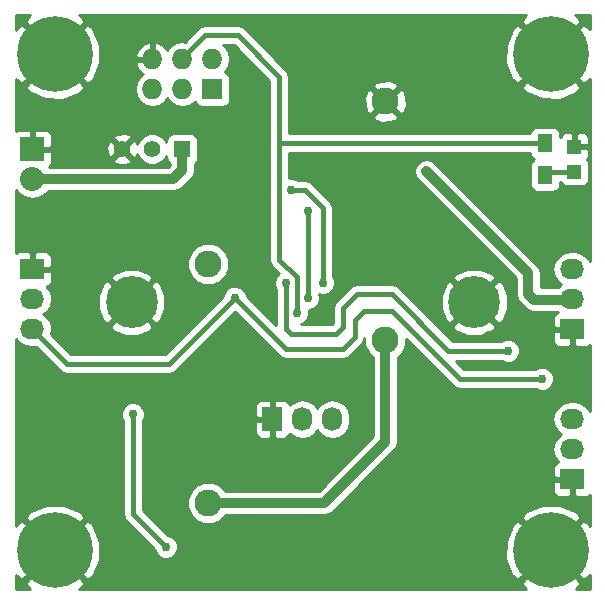
<source format=gbl>
%TF.GenerationSoftware,KiCad,Pcbnew,4.0.2-4+6225~38~ubuntu14.04.1-stable*%
%TF.CreationDate,2016-03-31T21:55:46+01:00*%
%TF.ProjectId,rc_power_sockets,72635F706F7765725F736F636B657473,rev?*%
%TF.FileFunction,Copper,L2,Bot,Signal*%
%FSLAX46Y46*%
G04 Gerber Fmt 4.6, Leading zero omitted, Abs format (unit mm)*
G04 Created by KiCad (PCBNEW 4.0.2-4+6225~38~ubuntu14.04.1-stable) date Thu 31 Mar 2016 21:55:46 BST*
%MOMM*%
G01*
G04 APERTURE LIST*
%ADD10C,0.100000*%
%ADD11R,2.032000X1.727200*%
%ADD12O,2.032000X1.727200*%
%ADD13C,2.286000*%
%ADD14C,6.400000*%
%ADD15R,1.727200X2.032000*%
%ADD16O,1.727200X2.032000*%
%ADD17R,1.727200X1.727200*%
%ADD18O,1.727200X1.727200*%
%ADD19R,1.300000X1.500000*%
%ADD20R,1.198880X1.198880*%
%ADD21R,2.032000X2.032000*%
%ADD22O,2.032000X2.032000*%
%ADD23C,4.400000*%
%ADD24R,1.397000X1.397000*%
%ADD25C,1.397000*%
%ADD26C,0.750000*%
%ADD27C,0.406000*%
%ADD28C,0.813000*%
%ADD29C,0.254000*%
G04 APERTURE END LIST*
D10*
D11*
X167820000Y-99980000D03*
D12*
X167820000Y-97440000D03*
X167820000Y-94900000D03*
D13*
X152000000Y-68000000D03*
X152000000Y-88240000D03*
X137000000Y-102000000D03*
X137000000Y-81760000D03*
D14*
X166000000Y-64000000D03*
D15*
X142420000Y-94900000D03*
D16*
X144960000Y-94900000D03*
X147500000Y-94900000D03*
D11*
X122100000Y-82200000D03*
D12*
X122100000Y-84740000D03*
X122100000Y-87280000D03*
D17*
X137340000Y-66960000D03*
D18*
X137340000Y-64420000D03*
X134800000Y-66960000D03*
X134800000Y-64420000D03*
X132260000Y-66960000D03*
X132260000Y-64420000D03*
D11*
X167820000Y-87280000D03*
D12*
X167820000Y-84740000D03*
X167820000Y-82200000D03*
D14*
X166000000Y-106000000D03*
X124000000Y-106000000D03*
X124000000Y-64000000D03*
D19*
X165500000Y-71550000D03*
X165500000Y-74250000D03*
D20*
X168000000Y-73949020D03*
X168000000Y-71850980D03*
D21*
X122100000Y-72040000D03*
D22*
X122100000Y-74580000D03*
D23*
X130500000Y-85000000D03*
X159500000Y-85000000D03*
D24*
X134800000Y-72040000D03*
D25*
X132260000Y-72040000D03*
X129720000Y-72040000D03*
D26*
X155800000Y-66200000D03*
X155800000Y-67400000D03*
X159600000Y-67400000D03*
X159600000Y-66200000D03*
X157000000Y-67400000D03*
X157000000Y-66200000D03*
X158400000Y-66200000D03*
X158400000Y-67400000D03*
X144000000Y-75492000D03*
X146696000Y-83366000D03*
X145426000Y-84636000D03*
X145426000Y-77270000D03*
X165280000Y-91471000D03*
X139245000Y-84613000D03*
X144500000Y-85900000D03*
X162400000Y-89100000D03*
X143560000Y-83370000D03*
X155464800Y-73919600D03*
X133400000Y-105700000D03*
X130600000Y-94500000D03*
D27*
X129720000Y-72040000D02*
X128704000Y-71024000D01*
X128704000Y-71024000D02*
X125910000Y-71024000D01*
X124894000Y-72040000D02*
X122100000Y-72040000D01*
X125910000Y-71024000D02*
X124894000Y-72040000D01*
X130609000Y-64420000D02*
X132260000Y-64420000D01*
X129847000Y-65182000D02*
X130609000Y-64420000D01*
X129847000Y-68230000D02*
X129847000Y-65182000D01*
X128704000Y-69373000D02*
X129847000Y-68230000D01*
X128704000Y-71024000D02*
X128704000Y-69373000D01*
X135308000Y-61400000D02*
X132994000Y-61400000D01*
X132994000Y-61400000D02*
X132260000Y-62134000D01*
X132260000Y-62134000D02*
X132260000Y-64420000D01*
X166000000Y-106000000D02*
X165966000Y-106000000D01*
X165966000Y-106000000D02*
X163121000Y-103155000D01*
X164899000Y-99980000D02*
X167820000Y-99980000D01*
X163121000Y-101758000D02*
X164899000Y-99980000D01*
X163121000Y-103155000D02*
X163121000Y-101758000D01*
X167820000Y-87280000D02*
X161780000Y-87280000D01*
X161780000Y-87280000D02*
X159500000Y-85000000D01*
X142420000Y-94900000D02*
X135562000Y-94900000D01*
X121084000Y-103084000D02*
X124000000Y-106000000D01*
X121084000Y-96297000D02*
X121084000Y-103084000D01*
X125402000Y-91979000D02*
X121084000Y-96297000D01*
X132641000Y-91979000D02*
X125402000Y-91979000D01*
X135562000Y-94900000D02*
X132641000Y-91979000D01*
X122100000Y-82200000D02*
X127700000Y-82200000D01*
X127700000Y-82200000D02*
X130500000Y-85000000D01*
X166000000Y-106000000D02*
X163400000Y-108600000D01*
X163400000Y-108600000D02*
X126600000Y-108600000D01*
X126600000Y-108600000D02*
X124000000Y-106000000D01*
X145400000Y-61400000D02*
X152000000Y-68000000D01*
X135254000Y-61400000D02*
X135308000Y-61400000D01*
X135308000Y-61400000D02*
X145400000Y-61400000D01*
X168000000Y-71850980D02*
X168000000Y-70400000D01*
X169000000Y-67000000D02*
X166000000Y-64000000D01*
X169000000Y-69400000D02*
X169000000Y-67000000D01*
X168000000Y-70400000D02*
X169000000Y-69400000D01*
X152000000Y-68000000D02*
X153800000Y-69800000D01*
X160200000Y-69800000D02*
X166000000Y-64000000D01*
X153800000Y-69800000D02*
X160200000Y-69800000D01*
X155800000Y-66200000D02*
X155800000Y-67400000D01*
X159600000Y-66200000D02*
X159600000Y-67400000D01*
X157000000Y-67400000D02*
X157000000Y-66200000D01*
X158400000Y-66200000D02*
X158400000Y-67400000D01*
X146696000Y-77016000D02*
X145172000Y-75492000D01*
X145172000Y-75492000D02*
X144000000Y-75492000D01*
X146696000Y-77016000D02*
X146696000Y-83366000D01*
X145426000Y-84636000D02*
X145426000Y-77270000D01*
X143563000Y-88931000D02*
X139245000Y-84613000D01*
X148389000Y-88931000D02*
X143563000Y-88931000D01*
X149405000Y-87915000D02*
X148389000Y-88931000D01*
X149405000Y-86518000D02*
X149405000Y-87915000D01*
X150167000Y-85756000D02*
X149405000Y-86518000D01*
X152580000Y-85756000D02*
X150167000Y-85756000D01*
X158295000Y-91471000D02*
X152580000Y-85756000D01*
X165280000Y-91471000D02*
X158295000Y-91471000D01*
X125021000Y-90201000D02*
X122100000Y-87280000D01*
X133657000Y-90201000D02*
X125021000Y-90201000D01*
X139245000Y-84613000D02*
X133657000Y-90201000D01*
X165500000Y-71550000D02*
X143000000Y-71550000D01*
X143000000Y-71550000D02*
X143000000Y-71400000D01*
X134690000Y-64448000D02*
X136738000Y-62400000D01*
X144500000Y-82900000D02*
X144500000Y-85900000D01*
X143000000Y-81400000D02*
X144500000Y-82900000D01*
X143000000Y-65900000D02*
X143000000Y-71400000D01*
X143000000Y-71400000D02*
X143000000Y-81400000D01*
X139500000Y-62400000D02*
X143000000Y-65900000D01*
X136738000Y-62400000D02*
X139500000Y-62400000D01*
X157330000Y-89100000D02*
X162400000Y-89100000D01*
X152530000Y-84300000D02*
X157330000Y-89100000D01*
X149600000Y-84300000D02*
X152530000Y-84300000D01*
X148400000Y-85500000D02*
X149600000Y-84300000D01*
X148400000Y-87100000D02*
X148400000Y-85500000D01*
X147800000Y-87700000D02*
X148400000Y-87100000D01*
X144000000Y-87700000D02*
X147800000Y-87700000D01*
X143560000Y-87260000D02*
X144000000Y-87700000D01*
X143560000Y-83370000D02*
X143560000Y-87260000D01*
D28*
X164545200Y-84778000D02*
X167508000Y-84778000D01*
X164100800Y-84333600D02*
X164545200Y-84778000D01*
X164100800Y-82555600D02*
X164100800Y-84333600D01*
X155464800Y-73919600D02*
X164100800Y-82555600D01*
D27*
X130600000Y-102900000D02*
X133400000Y-105700000D01*
X130600000Y-101300000D02*
X130600000Y-102900000D01*
X130600000Y-94500000D02*
X130600000Y-101300000D01*
X168000000Y-73949020D02*
X165800980Y-73949020D01*
X165800980Y-73949020D02*
X165500000Y-74250000D01*
D28*
X152000000Y-88240000D02*
X152000000Y-96800000D01*
X146800000Y-102000000D02*
X137000000Y-102000000D01*
X152000000Y-96800000D02*
X146800000Y-102000000D01*
X122100000Y-74580000D02*
X134038000Y-74580000D01*
X134800000Y-73818000D02*
X134800000Y-72040000D01*
X134038000Y-74580000D02*
X134800000Y-73818000D01*
D29*
G36*
X121849754Y-60734181D02*
X121805640Y-60763657D01*
X121438695Y-61259090D01*
X124000000Y-63820395D01*
X126561305Y-61259090D01*
X126194360Y-60763657D01*
X126067266Y-60710000D01*
X163909271Y-60710000D01*
X163849754Y-60734181D01*
X163805640Y-60763657D01*
X163438695Y-61259090D01*
X166000000Y-63820395D01*
X168561305Y-61259090D01*
X168194360Y-60763657D01*
X168067266Y-60710000D01*
X169290000Y-60710000D01*
X169290000Y-61909271D01*
X169265819Y-61849754D01*
X169236343Y-61805640D01*
X168740910Y-61438695D01*
X166179605Y-64000000D01*
X168740910Y-66561305D01*
X169236343Y-66194360D01*
X169290000Y-66067266D01*
X169290000Y-81477942D01*
X169064415Y-81140330D01*
X168578234Y-80815474D01*
X168004745Y-80701400D01*
X167635255Y-80701400D01*
X167061766Y-80815474D01*
X166575585Y-81140330D01*
X166250729Y-81626511D01*
X166136655Y-82200000D01*
X166250729Y-82773489D01*
X166575585Y-83259670D01*
X166890366Y-83470000D01*
X166575585Y-83680330D01*
X166538053Y-83736500D01*
X165142300Y-83736500D01*
X165142300Y-82555600D01*
X165063021Y-82157035D01*
X164837252Y-81819148D01*
X164837249Y-81819146D01*
X156201252Y-73183148D01*
X156067586Y-73093835D01*
X156037666Y-73063863D01*
X155998209Y-73047479D01*
X155863365Y-72957379D01*
X155705695Y-72926017D01*
X155666583Y-72909776D01*
X155623859Y-72909739D01*
X155464800Y-72878100D01*
X155307132Y-72909462D01*
X155264780Y-72909425D01*
X155225293Y-72925741D01*
X155066235Y-72957379D01*
X154932571Y-73046691D01*
X154893428Y-73062864D01*
X154863190Y-73093049D01*
X154728348Y-73183148D01*
X154639035Y-73316814D01*
X154609063Y-73346734D01*
X154592679Y-73386191D01*
X154502579Y-73521035D01*
X154471217Y-73678705D01*
X154454976Y-73717817D01*
X154454939Y-73760541D01*
X154423300Y-73919600D01*
X154454662Y-74077268D01*
X154454625Y-74119620D01*
X154470941Y-74159107D01*
X154502579Y-74318165D01*
X154591891Y-74451829D01*
X154608064Y-74490972D01*
X154638249Y-74521210D01*
X154728348Y-74656052D01*
X163059300Y-82987003D01*
X163059300Y-84333600D01*
X163138579Y-84732165D01*
X163364348Y-85070052D01*
X163808746Y-85514449D01*
X163808748Y-85514452D01*
X164056508Y-85680000D01*
X164146635Y-85740221D01*
X164545200Y-85819501D01*
X164545205Y-85819500D01*
X166585709Y-85819500D01*
X166444301Y-85878073D01*
X166265673Y-86056702D01*
X166169000Y-86290091D01*
X166169000Y-86994250D01*
X166327750Y-87153000D01*
X167693000Y-87153000D01*
X167693000Y-87133000D01*
X167947000Y-87133000D01*
X167947000Y-87153000D01*
X167967000Y-87153000D01*
X167967000Y-87407000D01*
X167947000Y-87407000D01*
X167947000Y-88619850D01*
X168105750Y-88778600D01*
X168962310Y-88778600D01*
X169195699Y-88681927D01*
X169290000Y-88587625D01*
X169290000Y-94177942D01*
X169064415Y-93840330D01*
X168578234Y-93515474D01*
X168004745Y-93401400D01*
X167635255Y-93401400D01*
X167061766Y-93515474D01*
X166575585Y-93840330D01*
X166250729Y-94326511D01*
X166136655Y-94900000D01*
X166250729Y-95473489D01*
X166575585Y-95959670D01*
X166890366Y-96170000D01*
X166575585Y-96380330D01*
X166250729Y-96866511D01*
X166136655Y-97440000D01*
X166250729Y-98013489D01*
X166575585Y-98499670D01*
X166597780Y-98514500D01*
X166444302Y-98578073D01*
X166265673Y-98756701D01*
X166169000Y-98990090D01*
X166169000Y-99694250D01*
X166327750Y-99853000D01*
X167693000Y-99853000D01*
X167693000Y-99833000D01*
X167947000Y-99833000D01*
X167947000Y-99853000D01*
X167967000Y-99853000D01*
X167967000Y-100107000D01*
X167947000Y-100107000D01*
X167947000Y-101319850D01*
X168105750Y-101478600D01*
X168962309Y-101478600D01*
X169195698Y-101381927D01*
X169290000Y-101287626D01*
X169290000Y-103909271D01*
X169265819Y-103849754D01*
X169236343Y-103805640D01*
X168740910Y-103438695D01*
X166179605Y-106000000D01*
X168740910Y-108561305D01*
X169236343Y-108194360D01*
X169290000Y-108067266D01*
X169290000Y-109290000D01*
X168090729Y-109290000D01*
X168150246Y-109265819D01*
X168194360Y-109236343D01*
X168561305Y-108740910D01*
X166000000Y-106179605D01*
X163438695Y-108740910D01*
X163805640Y-109236343D01*
X163932734Y-109290000D01*
X126090729Y-109290000D01*
X126150246Y-109265819D01*
X126194360Y-109236343D01*
X126561305Y-108740910D01*
X124000000Y-106179605D01*
X121438695Y-108740910D01*
X121805640Y-109236343D01*
X121932734Y-109290000D01*
X120710000Y-109290000D01*
X120710000Y-108090729D01*
X120734181Y-108150246D01*
X120763657Y-108194360D01*
X121259090Y-108561305D01*
X123820395Y-106000000D01*
X124179605Y-106000000D01*
X126740910Y-108561305D01*
X127236343Y-108194360D01*
X127829736Y-106788829D01*
X127830089Y-106736793D01*
X162159913Y-106736793D01*
X162734181Y-108150246D01*
X162763657Y-108194360D01*
X163259090Y-108561305D01*
X165820395Y-106000000D01*
X163259090Y-103438695D01*
X162763657Y-103805640D01*
X162170264Y-105211171D01*
X162159913Y-106736793D01*
X127830089Y-106736793D01*
X127840087Y-105263207D01*
X127265819Y-103849754D01*
X127236343Y-103805640D01*
X126740910Y-103438695D01*
X124179605Y-106000000D01*
X123820395Y-106000000D01*
X121259090Y-103438695D01*
X120763657Y-103805640D01*
X120710000Y-103932734D01*
X120710000Y-103259090D01*
X121438695Y-103259090D01*
X124000000Y-105820395D01*
X126561305Y-103259090D01*
X126194360Y-102763657D01*
X124788829Y-102170264D01*
X123263207Y-102159913D01*
X121849754Y-102734181D01*
X121805640Y-102763657D01*
X121438695Y-103259090D01*
X120710000Y-103259090D01*
X120710000Y-94700020D01*
X129589825Y-94700020D01*
X129743264Y-95071372D01*
X129762000Y-95090141D01*
X129762000Y-102900000D01*
X129825789Y-103220689D01*
X129851448Y-103259090D01*
X130007445Y-103492555D01*
X132389847Y-105874958D01*
X132389825Y-105900020D01*
X132543264Y-106271372D01*
X132827134Y-106555737D01*
X133198217Y-106709824D01*
X133600020Y-106710175D01*
X133971372Y-106556736D01*
X134255737Y-106272866D01*
X134409824Y-105901783D01*
X134410175Y-105499980D01*
X134256736Y-105128628D01*
X133972866Y-104844263D01*
X133601783Y-104690176D01*
X133575264Y-104690153D01*
X131438000Y-102552890D01*
X131438000Y-95185750D01*
X140921400Y-95185750D01*
X140921400Y-96042310D01*
X141018073Y-96275699D01*
X141196702Y-96454327D01*
X141430091Y-96551000D01*
X142134250Y-96551000D01*
X142293000Y-96392250D01*
X142293000Y-95027000D01*
X141080150Y-95027000D01*
X140921400Y-95185750D01*
X131438000Y-95185750D01*
X131438000Y-95090572D01*
X131455737Y-95072866D01*
X131609824Y-94701783D01*
X131610175Y-94299980D01*
X131456736Y-93928628D01*
X131286096Y-93757690D01*
X140921400Y-93757690D01*
X140921400Y-94614250D01*
X141080150Y-94773000D01*
X142293000Y-94773000D01*
X142293000Y-93407750D01*
X142547000Y-93407750D01*
X142547000Y-94773000D01*
X142567000Y-94773000D01*
X142567000Y-95027000D01*
X142547000Y-95027000D01*
X142547000Y-96392250D01*
X142705750Y-96551000D01*
X143409909Y-96551000D01*
X143643298Y-96454327D01*
X143821927Y-96275699D01*
X143885500Y-96122220D01*
X143900330Y-96144415D01*
X144386511Y-96469271D01*
X144960000Y-96583345D01*
X145533489Y-96469271D01*
X146019670Y-96144415D01*
X146230000Y-95829634D01*
X146440330Y-96144415D01*
X146926511Y-96469271D01*
X147500000Y-96583345D01*
X148073489Y-96469271D01*
X148559670Y-96144415D01*
X148884526Y-95658234D01*
X148998600Y-95084745D01*
X148998600Y-94715255D01*
X148884526Y-94141766D01*
X148559670Y-93655585D01*
X148073489Y-93330729D01*
X147500000Y-93216655D01*
X146926511Y-93330729D01*
X146440330Y-93655585D01*
X146230000Y-93970366D01*
X146019670Y-93655585D01*
X145533489Y-93330729D01*
X144960000Y-93216655D01*
X144386511Y-93330729D01*
X143900330Y-93655585D01*
X143885500Y-93677780D01*
X143821927Y-93524301D01*
X143643298Y-93345673D01*
X143409909Y-93249000D01*
X142705750Y-93249000D01*
X142547000Y-93407750D01*
X142293000Y-93407750D01*
X142134250Y-93249000D01*
X141430091Y-93249000D01*
X141196702Y-93345673D01*
X141018073Y-93524301D01*
X140921400Y-93757690D01*
X131286096Y-93757690D01*
X131172866Y-93644263D01*
X130801783Y-93490176D01*
X130399980Y-93489825D01*
X130028628Y-93643264D01*
X129744263Y-93927134D01*
X129590176Y-94298217D01*
X129589825Y-94700020D01*
X120710000Y-94700020D01*
X120710000Y-88121787D01*
X120855585Y-88339670D01*
X121341766Y-88664526D01*
X121915255Y-88778600D01*
X122284745Y-88778600D01*
X122392130Y-88757240D01*
X124428445Y-90793556D01*
X124555491Y-90878445D01*
X124700311Y-90975211D01*
X125021000Y-91039000D01*
X133657000Y-91039000D01*
X133977689Y-90975211D01*
X134249555Y-90793555D01*
X139245000Y-85798111D01*
X142970444Y-89523555D01*
X143223370Y-89692555D01*
X143242311Y-89705211D01*
X143563000Y-89769000D01*
X148389000Y-89769000D01*
X148709689Y-89705211D01*
X148981555Y-89523555D01*
X149997555Y-88507555D01*
X150179211Y-88235689D01*
X150222191Y-88019612D01*
X150221692Y-88592114D01*
X150491806Y-89245840D01*
X150958500Y-89713349D01*
X150958500Y-96368597D01*
X146368596Y-100958500D01*
X138472596Y-100958500D01*
X138008471Y-100493564D01*
X137355218Y-100222309D01*
X136647886Y-100221692D01*
X135994160Y-100491806D01*
X135493564Y-100991529D01*
X135222309Y-101644782D01*
X135221692Y-102352114D01*
X135491806Y-103005840D01*
X135991529Y-103506436D01*
X136644782Y-103777691D01*
X137352114Y-103778308D01*
X138005840Y-103508194D01*
X138255379Y-103259090D01*
X163438695Y-103259090D01*
X166000000Y-105820395D01*
X168561305Y-103259090D01*
X168194360Y-102763657D01*
X166788829Y-102170264D01*
X165263207Y-102159913D01*
X163849754Y-102734181D01*
X163805640Y-102763657D01*
X163438695Y-103259090D01*
X138255379Y-103259090D01*
X138473349Y-103041500D01*
X146800000Y-103041500D01*
X147198565Y-102962221D01*
X147536452Y-102736452D01*
X150007153Y-100265750D01*
X166169000Y-100265750D01*
X166169000Y-100969910D01*
X166265673Y-101203299D01*
X166444302Y-101381927D01*
X166677691Y-101478600D01*
X167534250Y-101478600D01*
X167693000Y-101319850D01*
X167693000Y-100107000D01*
X166327750Y-100107000D01*
X166169000Y-100265750D01*
X150007153Y-100265750D01*
X152736449Y-97536454D01*
X152736452Y-97536452D01*
X152962221Y-97198565D01*
X153041501Y-96800000D01*
X153041500Y-96799995D01*
X153041500Y-89712596D01*
X153506436Y-89248471D01*
X153777691Y-88595218D01*
X153778089Y-88139199D01*
X157702445Y-92063556D01*
X157974312Y-92245212D01*
X158295000Y-92309000D01*
X164689428Y-92309000D01*
X164707134Y-92326737D01*
X165078217Y-92480824D01*
X165480020Y-92481175D01*
X165851372Y-92327736D01*
X166135737Y-92043866D01*
X166289824Y-91672783D01*
X166290175Y-91270980D01*
X166136736Y-90899628D01*
X165852866Y-90615263D01*
X165481783Y-90461176D01*
X165079980Y-90460825D01*
X164708628Y-90614264D01*
X164689859Y-90633000D01*
X158642111Y-90633000D01*
X157947111Y-89938000D01*
X161809428Y-89938000D01*
X161827134Y-89955737D01*
X162198217Y-90109824D01*
X162600020Y-90110175D01*
X162971372Y-89956736D01*
X163255737Y-89672866D01*
X163409824Y-89301783D01*
X163410175Y-88899980D01*
X163256736Y-88528628D01*
X162972866Y-88244263D01*
X162601783Y-88090176D01*
X162199980Y-88089825D01*
X161828628Y-88243264D01*
X161809859Y-88262000D01*
X157677111Y-88262000D01*
X156434493Y-87019382D01*
X157660223Y-87019382D01*
X157905368Y-87410888D01*
X158949360Y-87837609D01*
X160077181Y-87832330D01*
X160720762Y-87565750D01*
X166169000Y-87565750D01*
X166169000Y-88269909D01*
X166265673Y-88503298D01*
X166444301Y-88681927D01*
X166677690Y-88778600D01*
X167534250Y-88778600D01*
X167693000Y-88619850D01*
X167693000Y-87407000D01*
X166327750Y-87407000D01*
X166169000Y-87565750D01*
X160720762Y-87565750D01*
X161094632Y-87410888D01*
X161339777Y-87019382D01*
X159500000Y-85179605D01*
X157660223Y-87019382D01*
X156434493Y-87019382D01*
X153864471Y-84449360D01*
X156662391Y-84449360D01*
X156667670Y-85577181D01*
X157089112Y-86594632D01*
X157480618Y-86839777D01*
X159320395Y-85000000D01*
X159679605Y-85000000D01*
X161519382Y-86839777D01*
X161910888Y-86594632D01*
X162337609Y-85550640D01*
X162332330Y-84422819D01*
X161910888Y-83405368D01*
X161519382Y-83160223D01*
X159679605Y-85000000D01*
X159320395Y-85000000D01*
X157480618Y-83160223D01*
X157089112Y-83405368D01*
X156662391Y-84449360D01*
X153864471Y-84449360D01*
X153122555Y-83707445D01*
X153109318Y-83698600D01*
X152850689Y-83525789D01*
X152530000Y-83462000D01*
X149600000Y-83462000D01*
X149319369Y-83517821D01*
X149279311Y-83525789D01*
X149007444Y-83707445D01*
X147807445Y-84907445D01*
X147625789Y-85179311D01*
X147562000Y-85500000D01*
X147562000Y-86752889D01*
X147452890Y-86862000D01*
X144816613Y-86862000D01*
X145071372Y-86756736D01*
X145355737Y-86472866D01*
X145509824Y-86101783D01*
X145510175Y-85699980D01*
X145487893Y-85646054D01*
X145626020Y-85646175D01*
X145997372Y-85492736D01*
X146281737Y-85208866D01*
X146435824Y-84837783D01*
X146436175Y-84435980D01*
X146394151Y-84334273D01*
X146494217Y-84375824D01*
X146896020Y-84376175D01*
X147267372Y-84222736D01*
X147551737Y-83938866D01*
X147705824Y-83567783D01*
X147706175Y-83165980D01*
X147629586Y-82980618D01*
X157660223Y-82980618D01*
X159500000Y-84820395D01*
X161339777Y-82980618D01*
X161094632Y-82589112D01*
X160050640Y-82162391D01*
X158922819Y-82167670D01*
X157905368Y-82589112D01*
X157660223Y-82980618D01*
X147629586Y-82980618D01*
X147552736Y-82794628D01*
X147534000Y-82775859D01*
X147534000Y-77016000D01*
X147470211Y-76695311D01*
X147341161Y-76502175D01*
X147288555Y-76423444D01*
X145764555Y-74899445D01*
X145704773Y-74859500D01*
X145492689Y-74717789D01*
X145172000Y-74654000D01*
X144590572Y-74654000D01*
X144572866Y-74636263D01*
X144201783Y-74482176D01*
X143838000Y-74481858D01*
X143838000Y-72388000D01*
X164219118Y-72388000D01*
X164246838Y-72535317D01*
X164385910Y-72751441D01*
X164598110Y-72896431D01*
X164611197Y-72899081D01*
X164398559Y-73035910D01*
X164253569Y-73248110D01*
X164202560Y-73500000D01*
X164202560Y-75000000D01*
X164246838Y-75235317D01*
X164385910Y-75451441D01*
X164598110Y-75596431D01*
X164850000Y-75647440D01*
X166150000Y-75647440D01*
X166385317Y-75603162D01*
X166601441Y-75464090D01*
X166746431Y-75251890D01*
X166797440Y-75000000D01*
X166797440Y-74787020D01*
X166799485Y-74787020D01*
X166936470Y-74999901D01*
X167148670Y-75144891D01*
X167400560Y-75195900D01*
X168599440Y-75195900D01*
X168834757Y-75151622D01*
X169050881Y-75012550D01*
X169195871Y-74800350D01*
X169246880Y-74548460D01*
X169246880Y-73349580D01*
X169202602Y-73114263D01*
X169063530Y-72898139D01*
X169055341Y-72892544D01*
X169137767Y-72810118D01*
X169234440Y-72576729D01*
X169234440Y-72136730D01*
X169075690Y-71977980D01*
X168127000Y-71977980D01*
X168127000Y-71997980D01*
X167873000Y-71997980D01*
X167873000Y-71977980D01*
X167853000Y-71977980D01*
X167853000Y-71723980D01*
X167873000Y-71723980D01*
X167873000Y-70775290D01*
X168127000Y-70775290D01*
X168127000Y-71723980D01*
X169075690Y-71723980D01*
X169234440Y-71565230D01*
X169234440Y-71125231D01*
X169137767Y-70891842D01*
X168959139Y-70713213D01*
X168725750Y-70616540D01*
X168285750Y-70616540D01*
X168127000Y-70775290D01*
X167873000Y-70775290D01*
X167714250Y-70616540D01*
X167274250Y-70616540D01*
X167040861Y-70713213D01*
X166862233Y-70891842D01*
X166797440Y-71048266D01*
X166797440Y-70800000D01*
X166753162Y-70564683D01*
X166614090Y-70348559D01*
X166401890Y-70203569D01*
X166150000Y-70152560D01*
X164850000Y-70152560D01*
X164614683Y-70196838D01*
X164398559Y-70335910D01*
X164253569Y-70548110D01*
X164220380Y-70712000D01*
X143838000Y-70712000D01*
X143838000Y-69255963D01*
X150923642Y-69255963D01*
X151039806Y-69537658D01*
X151701333Y-69788062D01*
X152408329Y-69766249D01*
X152960194Y-69537658D01*
X153076358Y-69255963D01*
X152000000Y-68179605D01*
X150923642Y-69255963D01*
X143838000Y-69255963D01*
X143838000Y-67701333D01*
X150211938Y-67701333D01*
X150233751Y-68408329D01*
X150462342Y-68960194D01*
X150744037Y-69076358D01*
X151820395Y-68000000D01*
X152179605Y-68000000D01*
X153255963Y-69076358D01*
X153537658Y-68960194D01*
X153788062Y-68298667D01*
X153766249Y-67591671D01*
X153537658Y-67039806D01*
X153255963Y-66923642D01*
X152179605Y-68000000D01*
X151820395Y-68000000D01*
X150744037Y-66923642D01*
X150462342Y-67039806D01*
X150211938Y-67701333D01*
X143838000Y-67701333D01*
X143838000Y-66744037D01*
X150923642Y-66744037D01*
X152000000Y-67820395D01*
X153076358Y-66744037D01*
X153075069Y-66740910D01*
X163438695Y-66740910D01*
X163805640Y-67236343D01*
X165211171Y-67829736D01*
X166736793Y-67840087D01*
X168150246Y-67265819D01*
X168194360Y-67236343D01*
X168561305Y-66740910D01*
X166000000Y-64179605D01*
X163438695Y-66740910D01*
X153075069Y-66740910D01*
X152960194Y-66462342D01*
X152298667Y-66211938D01*
X151591671Y-66233751D01*
X151039806Y-66462342D01*
X150923642Y-66744037D01*
X143838000Y-66744037D01*
X143838000Y-65900000D01*
X143774211Y-65579311D01*
X143675808Y-65432041D01*
X143592555Y-65307444D01*
X143021904Y-64736793D01*
X162159913Y-64736793D01*
X162734181Y-66150246D01*
X162763657Y-66194360D01*
X163259090Y-66561305D01*
X165820395Y-64000000D01*
X163259090Y-61438695D01*
X162763657Y-61805640D01*
X162170264Y-63211171D01*
X162159913Y-64736793D01*
X143021904Y-64736793D01*
X140092555Y-61807445D01*
X140089854Y-61805640D01*
X139820689Y-61625789D01*
X139500000Y-61562000D01*
X136738000Y-61562000D01*
X136417311Y-61625789D01*
X136145444Y-61807445D01*
X135017571Y-62935319D01*
X134800000Y-62892041D01*
X134226511Y-63006115D01*
X133740330Y-63330971D01*
X133524336Y-63654228D01*
X133466821Y-63531510D01*
X133034947Y-63137312D01*
X132619026Y-62965042D01*
X132387000Y-63086183D01*
X132387000Y-64293000D01*
X132407000Y-64293000D01*
X132407000Y-64547000D01*
X132387000Y-64547000D01*
X132387000Y-64567000D01*
X132133000Y-64567000D01*
X132133000Y-64547000D01*
X130925531Y-64547000D01*
X130805032Y-64779027D01*
X131053179Y-65308490D01*
X131471161Y-65690008D01*
X131200330Y-65870971D01*
X130875474Y-66357152D01*
X130761400Y-66930641D01*
X130761400Y-66989359D01*
X130875474Y-67562848D01*
X131200330Y-68049029D01*
X131686511Y-68373885D01*
X132260000Y-68487959D01*
X132833489Y-68373885D01*
X133319670Y-68049029D01*
X133530000Y-67734248D01*
X133740330Y-68049029D01*
X134226511Y-68373885D01*
X134800000Y-68487959D01*
X135373489Y-68373885D01*
X135859670Y-68049029D01*
X135868805Y-68035358D01*
X135873238Y-68058917D01*
X136012310Y-68275041D01*
X136224510Y-68420031D01*
X136476400Y-68471040D01*
X138203600Y-68471040D01*
X138438917Y-68426762D01*
X138655041Y-68287690D01*
X138800031Y-68075490D01*
X138851040Y-67823600D01*
X138851040Y-66096400D01*
X138806762Y-65861083D01*
X138667690Y-65644959D01*
X138455490Y-65499969D01*
X138411655Y-65491092D01*
X138724526Y-65022848D01*
X138838600Y-64449359D01*
X138838600Y-64390641D01*
X138724526Y-63817152D01*
X138399670Y-63330971D01*
X138260529Y-63238000D01*
X139152890Y-63238000D01*
X142162000Y-66247111D01*
X142162000Y-81400000D01*
X142225789Y-81720689D01*
X142291578Y-81819148D01*
X142407445Y-81992555D01*
X142958364Y-82543475D01*
X142704263Y-82797134D01*
X142550176Y-83168217D01*
X142549825Y-83570020D01*
X142703264Y-83941372D01*
X142722000Y-83960141D01*
X142722000Y-86904889D01*
X140255153Y-84438043D01*
X140255175Y-84412980D01*
X140101736Y-84041628D01*
X139817866Y-83757263D01*
X139446783Y-83603176D01*
X139044980Y-83602825D01*
X138673628Y-83756264D01*
X138389263Y-84040134D01*
X138235176Y-84411217D01*
X138235153Y-84437736D01*
X133309890Y-89363000D01*
X125368111Y-89363000D01*
X123700683Y-87695572D01*
X123783345Y-87280000D01*
X123731505Y-87019382D01*
X128660223Y-87019382D01*
X128905368Y-87410888D01*
X129949360Y-87837609D01*
X131077181Y-87832330D01*
X132094632Y-87410888D01*
X132339777Y-87019382D01*
X130500000Y-85179605D01*
X128660223Y-87019382D01*
X123731505Y-87019382D01*
X123669271Y-86706511D01*
X123344415Y-86220330D01*
X123029634Y-86010000D01*
X123344415Y-85799670D01*
X123669271Y-85313489D01*
X123783345Y-84740000D01*
X123725534Y-84449360D01*
X127662391Y-84449360D01*
X127667670Y-85577181D01*
X128089112Y-86594632D01*
X128480618Y-86839777D01*
X130320395Y-85000000D01*
X130679605Y-85000000D01*
X132519382Y-86839777D01*
X132910888Y-86594632D01*
X133337609Y-85550640D01*
X133332330Y-84422819D01*
X132910888Y-83405368D01*
X132519382Y-83160223D01*
X130679605Y-85000000D01*
X130320395Y-85000000D01*
X128480618Y-83160223D01*
X128089112Y-83405368D01*
X127662391Y-84449360D01*
X123725534Y-84449360D01*
X123669271Y-84166511D01*
X123344415Y-83680330D01*
X123322220Y-83665500D01*
X123475699Y-83601927D01*
X123654327Y-83423298D01*
X123751000Y-83189909D01*
X123751000Y-82980618D01*
X128660223Y-82980618D01*
X130500000Y-84820395D01*
X132339777Y-82980618D01*
X132094632Y-82589112D01*
X131050640Y-82162391D01*
X129922819Y-82167670D01*
X128905368Y-82589112D01*
X128660223Y-82980618D01*
X123751000Y-82980618D01*
X123751000Y-82485750D01*
X123592250Y-82327000D01*
X122227000Y-82327000D01*
X122227000Y-82347000D01*
X121973000Y-82347000D01*
X121973000Y-82327000D01*
X121953000Y-82327000D01*
X121953000Y-82112114D01*
X135221692Y-82112114D01*
X135491806Y-82765840D01*
X135991529Y-83266436D01*
X136644782Y-83537691D01*
X137352114Y-83538308D01*
X138005840Y-83268194D01*
X138506436Y-82768471D01*
X138777691Y-82115218D01*
X138778308Y-81407886D01*
X138508194Y-80754160D01*
X138008471Y-80253564D01*
X137355218Y-79982309D01*
X136647886Y-79981692D01*
X135994160Y-80251806D01*
X135493564Y-80751529D01*
X135222309Y-81404782D01*
X135221692Y-82112114D01*
X121953000Y-82112114D01*
X121953000Y-82073000D01*
X121973000Y-82073000D01*
X121973000Y-80860150D01*
X122227000Y-80860150D01*
X122227000Y-82073000D01*
X123592250Y-82073000D01*
X123751000Y-81914250D01*
X123751000Y-81210091D01*
X123654327Y-80976702D01*
X123475699Y-80798073D01*
X123242310Y-80701400D01*
X122385750Y-80701400D01*
X122227000Y-80860150D01*
X121973000Y-80860150D01*
X121814250Y-80701400D01*
X120957690Y-80701400D01*
X120724301Y-80798073D01*
X120710000Y-80812374D01*
X120710000Y-75462746D01*
X120900222Y-75747433D01*
X121435845Y-76105325D01*
X122067655Y-76231000D01*
X122132345Y-76231000D01*
X122764155Y-76105325D01*
X123299778Y-75747433D01*
X123383924Y-75621500D01*
X134038000Y-75621500D01*
X134436565Y-75542221D01*
X134774452Y-75316452D01*
X135536452Y-74554452D01*
X135762221Y-74216565D01*
X135841501Y-73818000D01*
X135841500Y-73817995D01*
X135841500Y-73272370D01*
X135949941Y-73202590D01*
X136094931Y-72990390D01*
X136145940Y-72738500D01*
X136145940Y-71341500D01*
X136101662Y-71106183D01*
X135962590Y-70890059D01*
X135750390Y-70745069D01*
X135498500Y-70694060D01*
X134101500Y-70694060D01*
X133866183Y-70738338D01*
X133650059Y-70877410D01*
X133505069Y-71089610D01*
X133454060Y-71341500D01*
X133454060Y-71437884D01*
X133391146Y-71285620D01*
X133016353Y-70910173D01*
X132526413Y-70706732D01*
X131995914Y-70706269D01*
X131505620Y-70908854D01*
X131130173Y-71283647D01*
X130996686Y-71605118D01*
X130889800Y-71347071D01*
X130654188Y-71285417D01*
X129899605Y-72040000D01*
X130654188Y-72794583D01*
X130889800Y-72732929D01*
X130988083Y-72453688D01*
X131128854Y-72794380D01*
X131503647Y-73169827D01*
X131993587Y-73373268D01*
X132524086Y-73373731D01*
X133014380Y-73171146D01*
X133389827Y-72796353D01*
X133454060Y-72641663D01*
X133454060Y-72738500D01*
X133498338Y-72973817D01*
X133637410Y-73189941D01*
X133758500Y-73272678D01*
X133758500Y-73386596D01*
X133606596Y-73538500D01*
X123531525Y-73538500D01*
X123654327Y-73415699D01*
X123751000Y-73182310D01*
X123751000Y-72974188D01*
X128965417Y-72974188D01*
X129027071Y-73209800D01*
X129527480Y-73385927D01*
X130057199Y-73357148D01*
X130412929Y-73209800D01*
X130474583Y-72974188D01*
X129720000Y-72219605D01*
X128965417Y-72974188D01*
X123751000Y-72974188D01*
X123751000Y-72325750D01*
X123592250Y-72167000D01*
X122227000Y-72167000D01*
X122227000Y-72187000D01*
X121973000Y-72187000D01*
X121973000Y-72167000D01*
X121953000Y-72167000D01*
X121953000Y-71913000D01*
X121973000Y-71913000D01*
X121973000Y-70547750D01*
X122227000Y-70547750D01*
X122227000Y-71913000D01*
X123592250Y-71913000D01*
X123657770Y-71847480D01*
X128374073Y-71847480D01*
X128402852Y-72377199D01*
X128550200Y-72732929D01*
X128785812Y-72794583D01*
X129540395Y-72040000D01*
X128785812Y-71285417D01*
X128550200Y-71347071D01*
X128374073Y-71847480D01*
X123657770Y-71847480D01*
X123751000Y-71754250D01*
X123751000Y-71105812D01*
X128965417Y-71105812D01*
X129720000Y-71860395D01*
X130474583Y-71105812D01*
X130412929Y-70870200D01*
X129912520Y-70694073D01*
X129382801Y-70722852D01*
X129027071Y-70870200D01*
X128965417Y-71105812D01*
X123751000Y-71105812D01*
X123751000Y-70897690D01*
X123654327Y-70664301D01*
X123475698Y-70485673D01*
X123242309Y-70389000D01*
X122385750Y-70389000D01*
X122227000Y-70547750D01*
X121973000Y-70547750D01*
X121814250Y-70389000D01*
X120957691Y-70389000D01*
X120724302Y-70485673D01*
X120710000Y-70499975D01*
X120710000Y-66740910D01*
X121438695Y-66740910D01*
X121805640Y-67236343D01*
X123211171Y-67829736D01*
X124736793Y-67840087D01*
X126150246Y-67265819D01*
X126194360Y-67236343D01*
X126561305Y-66740910D01*
X124000000Y-64179605D01*
X121438695Y-66740910D01*
X120710000Y-66740910D01*
X120710000Y-66090729D01*
X120734181Y-66150246D01*
X120763657Y-66194360D01*
X121259090Y-66561305D01*
X123820395Y-64000000D01*
X124179605Y-64000000D01*
X126740910Y-66561305D01*
X127236343Y-66194360D01*
X127829736Y-64788829D01*
X127834674Y-64060973D01*
X130805032Y-64060973D01*
X130925531Y-64293000D01*
X132133000Y-64293000D01*
X132133000Y-63086183D01*
X131900974Y-62965042D01*
X131485053Y-63137312D01*
X131053179Y-63531510D01*
X130805032Y-64060973D01*
X127834674Y-64060973D01*
X127840087Y-63263207D01*
X127265819Y-61849754D01*
X127236343Y-61805640D01*
X126740910Y-61438695D01*
X124179605Y-64000000D01*
X123820395Y-64000000D01*
X121259090Y-61438695D01*
X120763657Y-61805640D01*
X120710000Y-61932734D01*
X120710000Y-60710000D01*
X121909271Y-60710000D01*
X121849754Y-60734181D01*
X121849754Y-60734181D01*
G37*
X121849754Y-60734181D02*
X121805640Y-60763657D01*
X121438695Y-61259090D01*
X124000000Y-63820395D01*
X126561305Y-61259090D01*
X126194360Y-60763657D01*
X126067266Y-60710000D01*
X163909271Y-60710000D01*
X163849754Y-60734181D01*
X163805640Y-60763657D01*
X163438695Y-61259090D01*
X166000000Y-63820395D01*
X168561305Y-61259090D01*
X168194360Y-60763657D01*
X168067266Y-60710000D01*
X169290000Y-60710000D01*
X169290000Y-61909271D01*
X169265819Y-61849754D01*
X169236343Y-61805640D01*
X168740910Y-61438695D01*
X166179605Y-64000000D01*
X168740910Y-66561305D01*
X169236343Y-66194360D01*
X169290000Y-66067266D01*
X169290000Y-81477942D01*
X169064415Y-81140330D01*
X168578234Y-80815474D01*
X168004745Y-80701400D01*
X167635255Y-80701400D01*
X167061766Y-80815474D01*
X166575585Y-81140330D01*
X166250729Y-81626511D01*
X166136655Y-82200000D01*
X166250729Y-82773489D01*
X166575585Y-83259670D01*
X166890366Y-83470000D01*
X166575585Y-83680330D01*
X166538053Y-83736500D01*
X165142300Y-83736500D01*
X165142300Y-82555600D01*
X165063021Y-82157035D01*
X164837252Y-81819148D01*
X164837249Y-81819146D01*
X156201252Y-73183148D01*
X156067586Y-73093835D01*
X156037666Y-73063863D01*
X155998209Y-73047479D01*
X155863365Y-72957379D01*
X155705695Y-72926017D01*
X155666583Y-72909776D01*
X155623859Y-72909739D01*
X155464800Y-72878100D01*
X155307132Y-72909462D01*
X155264780Y-72909425D01*
X155225293Y-72925741D01*
X155066235Y-72957379D01*
X154932571Y-73046691D01*
X154893428Y-73062864D01*
X154863190Y-73093049D01*
X154728348Y-73183148D01*
X154639035Y-73316814D01*
X154609063Y-73346734D01*
X154592679Y-73386191D01*
X154502579Y-73521035D01*
X154471217Y-73678705D01*
X154454976Y-73717817D01*
X154454939Y-73760541D01*
X154423300Y-73919600D01*
X154454662Y-74077268D01*
X154454625Y-74119620D01*
X154470941Y-74159107D01*
X154502579Y-74318165D01*
X154591891Y-74451829D01*
X154608064Y-74490972D01*
X154638249Y-74521210D01*
X154728348Y-74656052D01*
X163059300Y-82987003D01*
X163059300Y-84333600D01*
X163138579Y-84732165D01*
X163364348Y-85070052D01*
X163808746Y-85514449D01*
X163808748Y-85514452D01*
X164056508Y-85680000D01*
X164146635Y-85740221D01*
X164545200Y-85819501D01*
X164545205Y-85819500D01*
X166585709Y-85819500D01*
X166444301Y-85878073D01*
X166265673Y-86056702D01*
X166169000Y-86290091D01*
X166169000Y-86994250D01*
X166327750Y-87153000D01*
X167693000Y-87153000D01*
X167693000Y-87133000D01*
X167947000Y-87133000D01*
X167947000Y-87153000D01*
X167967000Y-87153000D01*
X167967000Y-87407000D01*
X167947000Y-87407000D01*
X167947000Y-88619850D01*
X168105750Y-88778600D01*
X168962310Y-88778600D01*
X169195699Y-88681927D01*
X169290000Y-88587625D01*
X169290000Y-94177942D01*
X169064415Y-93840330D01*
X168578234Y-93515474D01*
X168004745Y-93401400D01*
X167635255Y-93401400D01*
X167061766Y-93515474D01*
X166575585Y-93840330D01*
X166250729Y-94326511D01*
X166136655Y-94900000D01*
X166250729Y-95473489D01*
X166575585Y-95959670D01*
X166890366Y-96170000D01*
X166575585Y-96380330D01*
X166250729Y-96866511D01*
X166136655Y-97440000D01*
X166250729Y-98013489D01*
X166575585Y-98499670D01*
X166597780Y-98514500D01*
X166444302Y-98578073D01*
X166265673Y-98756701D01*
X166169000Y-98990090D01*
X166169000Y-99694250D01*
X166327750Y-99853000D01*
X167693000Y-99853000D01*
X167693000Y-99833000D01*
X167947000Y-99833000D01*
X167947000Y-99853000D01*
X167967000Y-99853000D01*
X167967000Y-100107000D01*
X167947000Y-100107000D01*
X167947000Y-101319850D01*
X168105750Y-101478600D01*
X168962309Y-101478600D01*
X169195698Y-101381927D01*
X169290000Y-101287626D01*
X169290000Y-103909271D01*
X169265819Y-103849754D01*
X169236343Y-103805640D01*
X168740910Y-103438695D01*
X166179605Y-106000000D01*
X168740910Y-108561305D01*
X169236343Y-108194360D01*
X169290000Y-108067266D01*
X169290000Y-109290000D01*
X168090729Y-109290000D01*
X168150246Y-109265819D01*
X168194360Y-109236343D01*
X168561305Y-108740910D01*
X166000000Y-106179605D01*
X163438695Y-108740910D01*
X163805640Y-109236343D01*
X163932734Y-109290000D01*
X126090729Y-109290000D01*
X126150246Y-109265819D01*
X126194360Y-109236343D01*
X126561305Y-108740910D01*
X124000000Y-106179605D01*
X121438695Y-108740910D01*
X121805640Y-109236343D01*
X121932734Y-109290000D01*
X120710000Y-109290000D01*
X120710000Y-108090729D01*
X120734181Y-108150246D01*
X120763657Y-108194360D01*
X121259090Y-108561305D01*
X123820395Y-106000000D01*
X124179605Y-106000000D01*
X126740910Y-108561305D01*
X127236343Y-108194360D01*
X127829736Y-106788829D01*
X127830089Y-106736793D01*
X162159913Y-106736793D01*
X162734181Y-108150246D01*
X162763657Y-108194360D01*
X163259090Y-108561305D01*
X165820395Y-106000000D01*
X163259090Y-103438695D01*
X162763657Y-103805640D01*
X162170264Y-105211171D01*
X162159913Y-106736793D01*
X127830089Y-106736793D01*
X127840087Y-105263207D01*
X127265819Y-103849754D01*
X127236343Y-103805640D01*
X126740910Y-103438695D01*
X124179605Y-106000000D01*
X123820395Y-106000000D01*
X121259090Y-103438695D01*
X120763657Y-103805640D01*
X120710000Y-103932734D01*
X120710000Y-103259090D01*
X121438695Y-103259090D01*
X124000000Y-105820395D01*
X126561305Y-103259090D01*
X126194360Y-102763657D01*
X124788829Y-102170264D01*
X123263207Y-102159913D01*
X121849754Y-102734181D01*
X121805640Y-102763657D01*
X121438695Y-103259090D01*
X120710000Y-103259090D01*
X120710000Y-94700020D01*
X129589825Y-94700020D01*
X129743264Y-95071372D01*
X129762000Y-95090141D01*
X129762000Y-102900000D01*
X129825789Y-103220689D01*
X129851448Y-103259090D01*
X130007445Y-103492555D01*
X132389847Y-105874958D01*
X132389825Y-105900020D01*
X132543264Y-106271372D01*
X132827134Y-106555737D01*
X133198217Y-106709824D01*
X133600020Y-106710175D01*
X133971372Y-106556736D01*
X134255737Y-106272866D01*
X134409824Y-105901783D01*
X134410175Y-105499980D01*
X134256736Y-105128628D01*
X133972866Y-104844263D01*
X133601783Y-104690176D01*
X133575264Y-104690153D01*
X131438000Y-102552890D01*
X131438000Y-95185750D01*
X140921400Y-95185750D01*
X140921400Y-96042310D01*
X141018073Y-96275699D01*
X141196702Y-96454327D01*
X141430091Y-96551000D01*
X142134250Y-96551000D01*
X142293000Y-96392250D01*
X142293000Y-95027000D01*
X141080150Y-95027000D01*
X140921400Y-95185750D01*
X131438000Y-95185750D01*
X131438000Y-95090572D01*
X131455737Y-95072866D01*
X131609824Y-94701783D01*
X131610175Y-94299980D01*
X131456736Y-93928628D01*
X131286096Y-93757690D01*
X140921400Y-93757690D01*
X140921400Y-94614250D01*
X141080150Y-94773000D01*
X142293000Y-94773000D01*
X142293000Y-93407750D01*
X142547000Y-93407750D01*
X142547000Y-94773000D01*
X142567000Y-94773000D01*
X142567000Y-95027000D01*
X142547000Y-95027000D01*
X142547000Y-96392250D01*
X142705750Y-96551000D01*
X143409909Y-96551000D01*
X143643298Y-96454327D01*
X143821927Y-96275699D01*
X143885500Y-96122220D01*
X143900330Y-96144415D01*
X144386511Y-96469271D01*
X144960000Y-96583345D01*
X145533489Y-96469271D01*
X146019670Y-96144415D01*
X146230000Y-95829634D01*
X146440330Y-96144415D01*
X146926511Y-96469271D01*
X147500000Y-96583345D01*
X148073489Y-96469271D01*
X148559670Y-96144415D01*
X148884526Y-95658234D01*
X148998600Y-95084745D01*
X148998600Y-94715255D01*
X148884526Y-94141766D01*
X148559670Y-93655585D01*
X148073489Y-93330729D01*
X147500000Y-93216655D01*
X146926511Y-93330729D01*
X146440330Y-93655585D01*
X146230000Y-93970366D01*
X146019670Y-93655585D01*
X145533489Y-93330729D01*
X144960000Y-93216655D01*
X144386511Y-93330729D01*
X143900330Y-93655585D01*
X143885500Y-93677780D01*
X143821927Y-93524301D01*
X143643298Y-93345673D01*
X143409909Y-93249000D01*
X142705750Y-93249000D01*
X142547000Y-93407750D01*
X142293000Y-93407750D01*
X142134250Y-93249000D01*
X141430091Y-93249000D01*
X141196702Y-93345673D01*
X141018073Y-93524301D01*
X140921400Y-93757690D01*
X131286096Y-93757690D01*
X131172866Y-93644263D01*
X130801783Y-93490176D01*
X130399980Y-93489825D01*
X130028628Y-93643264D01*
X129744263Y-93927134D01*
X129590176Y-94298217D01*
X129589825Y-94700020D01*
X120710000Y-94700020D01*
X120710000Y-88121787D01*
X120855585Y-88339670D01*
X121341766Y-88664526D01*
X121915255Y-88778600D01*
X122284745Y-88778600D01*
X122392130Y-88757240D01*
X124428445Y-90793556D01*
X124555491Y-90878445D01*
X124700311Y-90975211D01*
X125021000Y-91039000D01*
X133657000Y-91039000D01*
X133977689Y-90975211D01*
X134249555Y-90793555D01*
X139245000Y-85798111D01*
X142970444Y-89523555D01*
X143223370Y-89692555D01*
X143242311Y-89705211D01*
X143563000Y-89769000D01*
X148389000Y-89769000D01*
X148709689Y-89705211D01*
X148981555Y-89523555D01*
X149997555Y-88507555D01*
X150179211Y-88235689D01*
X150222191Y-88019612D01*
X150221692Y-88592114D01*
X150491806Y-89245840D01*
X150958500Y-89713349D01*
X150958500Y-96368597D01*
X146368596Y-100958500D01*
X138472596Y-100958500D01*
X138008471Y-100493564D01*
X137355218Y-100222309D01*
X136647886Y-100221692D01*
X135994160Y-100491806D01*
X135493564Y-100991529D01*
X135222309Y-101644782D01*
X135221692Y-102352114D01*
X135491806Y-103005840D01*
X135991529Y-103506436D01*
X136644782Y-103777691D01*
X137352114Y-103778308D01*
X138005840Y-103508194D01*
X138255379Y-103259090D01*
X163438695Y-103259090D01*
X166000000Y-105820395D01*
X168561305Y-103259090D01*
X168194360Y-102763657D01*
X166788829Y-102170264D01*
X165263207Y-102159913D01*
X163849754Y-102734181D01*
X163805640Y-102763657D01*
X163438695Y-103259090D01*
X138255379Y-103259090D01*
X138473349Y-103041500D01*
X146800000Y-103041500D01*
X147198565Y-102962221D01*
X147536452Y-102736452D01*
X150007153Y-100265750D01*
X166169000Y-100265750D01*
X166169000Y-100969910D01*
X166265673Y-101203299D01*
X166444302Y-101381927D01*
X166677691Y-101478600D01*
X167534250Y-101478600D01*
X167693000Y-101319850D01*
X167693000Y-100107000D01*
X166327750Y-100107000D01*
X166169000Y-100265750D01*
X150007153Y-100265750D01*
X152736449Y-97536454D01*
X152736452Y-97536452D01*
X152962221Y-97198565D01*
X153041501Y-96800000D01*
X153041500Y-96799995D01*
X153041500Y-89712596D01*
X153506436Y-89248471D01*
X153777691Y-88595218D01*
X153778089Y-88139199D01*
X157702445Y-92063556D01*
X157974312Y-92245212D01*
X158295000Y-92309000D01*
X164689428Y-92309000D01*
X164707134Y-92326737D01*
X165078217Y-92480824D01*
X165480020Y-92481175D01*
X165851372Y-92327736D01*
X166135737Y-92043866D01*
X166289824Y-91672783D01*
X166290175Y-91270980D01*
X166136736Y-90899628D01*
X165852866Y-90615263D01*
X165481783Y-90461176D01*
X165079980Y-90460825D01*
X164708628Y-90614264D01*
X164689859Y-90633000D01*
X158642111Y-90633000D01*
X157947111Y-89938000D01*
X161809428Y-89938000D01*
X161827134Y-89955737D01*
X162198217Y-90109824D01*
X162600020Y-90110175D01*
X162971372Y-89956736D01*
X163255737Y-89672866D01*
X163409824Y-89301783D01*
X163410175Y-88899980D01*
X163256736Y-88528628D01*
X162972866Y-88244263D01*
X162601783Y-88090176D01*
X162199980Y-88089825D01*
X161828628Y-88243264D01*
X161809859Y-88262000D01*
X157677111Y-88262000D01*
X156434493Y-87019382D01*
X157660223Y-87019382D01*
X157905368Y-87410888D01*
X158949360Y-87837609D01*
X160077181Y-87832330D01*
X160720762Y-87565750D01*
X166169000Y-87565750D01*
X166169000Y-88269909D01*
X166265673Y-88503298D01*
X166444301Y-88681927D01*
X166677690Y-88778600D01*
X167534250Y-88778600D01*
X167693000Y-88619850D01*
X167693000Y-87407000D01*
X166327750Y-87407000D01*
X166169000Y-87565750D01*
X160720762Y-87565750D01*
X161094632Y-87410888D01*
X161339777Y-87019382D01*
X159500000Y-85179605D01*
X157660223Y-87019382D01*
X156434493Y-87019382D01*
X153864471Y-84449360D01*
X156662391Y-84449360D01*
X156667670Y-85577181D01*
X157089112Y-86594632D01*
X157480618Y-86839777D01*
X159320395Y-85000000D01*
X159679605Y-85000000D01*
X161519382Y-86839777D01*
X161910888Y-86594632D01*
X162337609Y-85550640D01*
X162332330Y-84422819D01*
X161910888Y-83405368D01*
X161519382Y-83160223D01*
X159679605Y-85000000D01*
X159320395Y-85000000D01*
X157480618Y-83160223D01*
X157089112Y-83405368D01*
X156662391Y-84449360D01*
X153864471Y-84449360D01*
X153122555Y-83707445D01*
X153109318Y-83698600D01*
X152850689Y-83525789D01*
X152530000Y-83462000D01*
X149600000Y-83462000D01*
X149319369Y-83517821D01*
X149279311Y-83525789D01*
X149007444Y-83707445D01*
X147807445Y-84907445D01*
X147625789Y-85179311D01*
X147562000Y-85500000D01*
X147562000Y-86752889D01*
X147452890Y-86862000D01*
X144816613Y-86862000D01*
X145071372Y-86756736D01*
X145355737Y-86472866D01*
X145509824Y-86101783D01*
X145510175Y-85699980D01*
X145487893Y-85646054D01*
X145626020Y-85646175D01*
X145997372Y-85492736D01*
X146281737Y-85208866D01*
X146435824Y-84837783D01*
X146436175Y-84435980D01*
X146394151Y-84334273D01*
X146494217Y-84375824D01*
X146896020Y-84376175D01*
X147267372Y-84222736D01*
X147551737Y-83938866D01*
X147705824Y-83567783D01*
X147706175Y-83165980D01*
X147629586Y-82980618D01*
X157660223Y-82980618D01*
X159500000Y-84820395D01*
X161339777Y-82980618D01*
X161094632Y-82589112D01*
X160050640Y-82162391D01*
X158922819Y-82167670D01*
X157905368Y-82589112D01*
X157660223Y-82980618D01*
X147629586Y-82980618D01*
X147552736Y-82794628D01*
X147534000Y-82775859D01*
X147534000Y-77016000D01*
X147470211Y-76695311D01*
X147341161Y-76502175D01*
X147288555Y-76423444D01*
X145764555Y-74899445D01*
X145704773Y-74859500D01*
X145492689Y-74717789D01*
X145172000Y-74654000D01*
X144590572Y-74654000D01*
X144572866Y-74636263D01*
X144201783Y-74482176D01*
X143838000Y-74481858D01*
X143838000Y-72388000D01*
X164219118Y-72388000D01*
X164246838Y-72535317D01*
X164385910Y-72751441D01*
X164598110Y-72896431D01*
X164611197Y-72899081D01*
X164398559Y-73035910D01*
X164253569Y-73248110D01*
X164202560Y-73500000D01*
X164202560Y-75000000D01*
X164246838Y-75235317D01*
X164385910Y-75451441D01*
X164598110Y-75596431D01*
X164850000Y-75647440D01*
X166150000Y-75647440D01*
X166385317Y-75603162D01*
X166601441Y-75464090D01*
X166746431Y-75251890D01*
X166797440Y-75000000D01*
X166797440Y-74787020D01*
X166799485Y-74787020D01*
X166936470Y-74999901D01*
X167148670Y-75144891D01*
X167400560Y-75195900D01*
X168599440Y-75195900D01*
X168834757Y-75151622D01*
X169050881Y-75012550D01*
X169195871Y-74800350D01*
X169246880Y-74548460D01*
X169246880Y-73349580D01*
X169202602Y-73114263D01*
X169063530Y-72898139D01*
X169055341Y-72892544D01*
X169137767Y-72810118D01*
X169234440Y-72576729D01*
X169234440Y-72136730D01*
X169075690Y-71977980D01*
X168127000Y-71977980D01*
X168127000Y-71997980D01*
X167873000Y-71997980D01*
X167873000Y-71977980D01*
X167853000Y-71977980D01*
X167853000Y-71723980D01*
X167873000Y-71723980D01*
X167873000Y-70775290D01*
X168127000Y-70775290D01*
X168127000Y-71723980D01*
X169075690Y-71723980D01*
X169234440Y-71565230D01*
X169234440Y-71125231D01*
X169137767Y-70891842D01*
X168959139Y-70713213D01*
X168725750Y-70616540D01*
X168285750Y-70616540D01*
X168127000Y-70775290D01*
X167873000Y-70775290D01*
X167714250Y-70616540D01*
X167274250Y-70616540D01*
X167040861Y-70713213D01*
X166862233Y-70891842D01*
X166797440Y-71048266D01*
X166797440Y-70800000D01*
X166753162Y-70564683D01*
X166614090Y-70348559D01*
X166401890Y-70203569D01*
X166150000Y-70152560D01*
X164850000Y-70152560D01*
X164614683Y-70196838D01*
X164398559Y-70335910D01*
X164253569Y-70548110D01*
X164220380Y-70712000D01*
X143838000Y-70712000D01*
X143838000Y-69255963D01*
X150923642Y-69255963D01*
X151039806Y-69537658D01*
X151701333Y-69788062D01*
X152408329Y-69766249D01*
X152960194Y-69537658D01*
X153076358Y-69255963D01*
X152000000Y-68179605D01*
X150923642Y-69255963D01*
X143838000Y-69255963D01*
X143838000Y-67701333D01*
X150211938Y-67701333D01*
X150233751Y-68408329D01*
X150462342Y-68960194D01*
X150744037Y-69076358D01*
X151820395Y-68000000D01*
X152179605Y-68000000D01*
X153255963Y-69076358D01*
X153537658Y-68960194D01*
X153788062Y-68298667D01*
X153766249Y-67591671D01*
X153537658Y-67039806D01*
X153255963Y-66923642D01*
X152179605Y-68000000D01*
X151820395Y-68000000D01*
X150744037Y-66923642D01*
X150462342Y-67039806D01*
X150211938Y-67701333D01*
X143838000Y-67701333D01*
X143838000Y-66744037D01*
X150923642Y-66744037D01*
X152000000Y-67820395D01*
X153076358Y-66744037D01*
X153075069Y-66740910D01*
X163438695Y-66740910D01*
X163805640Y-67236343D01*
X165211171Y-67829736D01*
X166736793Y-67840087D01*
X168150246Y-67265819D01*
X168194360Y-67236343D01*
X168561305Y-66740910D01*
X166000000Y-64179605D01*
X163438695Y-66740910D01*
X153075069Y-66740910D01*
X152960194Y-66462342D01*
X152298667Y-66211938D01*
X151591671Y-66233751D01*
X151039806Y-66462342D01*
X150923642Y-66744037D01*
X143838000Y-66744037D01*
X143838000Y-65900000D01*
X143774211Y-65579311D01*
X143675808Y-65432041D01*
X143592555Y-65307444D01*
X143021904Y-64736793D01*
X162159913Y-64736793D01*
X162734181Y-66150246D01*
X162763657Y-66194360D01*
X163259090Y-66561305D01*
X165820395Y-64000000D01*
X163259090Y-61438695D01*
X162763657Y-61805640D01*
X162170264Y-63211171D01*
X162159913Y-64736793D01*
X143021904Y-64736793D01*
X140092555Y-61807445D01*
X140089854Y-61805640D01*
X139820689Y-61625789D01*
X139500000Y-61562000D01*
X136738000Y-61562000D01*
X136417311Y-61625789D01*
X136145444Y-61807445D01*
X135017571Y-62935319D01*
X134800000Y-62892041D01*
X134226511Y-63006115D01*
X133740330Y-63330971D01*
X133524336Y-63654228D01*
X133466821Y-63531510D01*
X133034947Y-63137312D01*
X132619026Y-62965042D01*
X132387000Y-63086183D01*
X132387000Y-64293000D01*
X132407000Y-64293000D01*
X132407000Y-64547000D01*
X132387000Y-64547000D01*
X132387000Y-64567000D01*
X132133000Y-64567000D01*
X132133000Y-64547000D01*
X130925531Y-64547000D01*
X130805032Y-64779027D01*
X131053179Y-65308490D01*
X131471161Y-65690008D01*
X131200330Y-65870971D01*
X130875474Y-66357152D01*
X130761400Y-66930641D01*
X130761400Y-66989359D01*
X130875474Y-67562848D01*
X131200330Y-68049029D01*
X131686511Y-68373885D01*
X132260000Y-68487959D01*
X132833489Y-68373885D01*
X133319670Y-68049029D01*
X133530000Y-67734248D01*
X133740330Y-68049029D01*
X134226511Y-68373885D01*
X134800000Y-68487959D01*
X135373489Y-68373885D01*
X135859670Y-68049029D01*
X135868805Y-68035358D01*
X135873238Y-68058917D01*
X136012310Y-68275041D01*
X136224510Y-68420031D01*
X136476400Y-68471040D01*
X138203600Y-68471040D01*
X138438917Y-68426762D01*
X138655041Y-68287690D01*
X138800031Y-68075490D01*
X138851040Y-67823600D01*
X138851040Y-66096400D01*
X138806762Y-65861083D01*
X138667690Y-65644959D01*
X138455490Y-65499969D01*
X138411655Y-65491092D01*
X138724526Y-65022848D01*
X138838600Y-64449359D01*
X138838600Y-64390641D01*
X138724526Y-63817152D01*
X138399670Y-63330971D01*
X138260529Y-63238000D01*
X139152890Y-63238000D01*
X142162000Y-66247111D01*
X142162000Y-81400000D01*
X142225789Y-81720689D01*
X142291578Y-81819148D01*
X142407445Y-81992555D01*
X142958364Y-82543475D01*
X142704263Y-82797134D01*
X142550176Y-83168217D01*
X142549825Y-83570020D01*
X142703264Y-83941372D01*
X142722000Y-83960141D01*
X142722000Y-86904889D01*
X140255153Y-84438043D01*
X140255175Y-84412980D01*
X140101736Y-84041628D01*
X139817866Y-83757263D01*
X139446783Y-83603176D01*
X139044980Y-83602825D01*
X138673628Y-83756264D01*
X138389263Y-84040134D01*
X138235176Y-84411217D01*
X138235153Y-84437736D01*
X133309890Y-89363000D01*
X125368111Y-89363000D01*
X123700683Y-87695572D01*
X123783345Y-87280000D01*
X123731505Y-87019382D01*
X128660223Y-87019382D01*
X128905368Y-87410888D01*
X129949360Y-87837609D01*
X131077181Y-87832330D01*
X132094632Y-87410888D01*
X132339777Y-87019382D01*
X130500000Y-85179605D01*
X128660223Y-87019382D01*
X123731505Y-87019382D01*
X123669271Y-86706511D01*
X123344415Y-86220330D01*
X123029634Y-86010000D01*
X123344415Y-85799670D01*
X123669271Y-85313489D01*
X123783345Y-84740000D01*
X123725534Y-84449360D01*
X127662391Y-84449360D01*
X127667670Y-85577181D01*
X128089112Y-86594632D01*
X128480618Y-86839777D01*
X130320395Y-85000000D01*
X130679605Y-85000000D01*
X132519382Y-86839777D01*
X132910888Y-86594632D01*
X133337609Y-85550640D01*
X133332330Y-84422819D01*
X132910888Y-83405368D01*
X132519382Y-83160223D01*
X130679605Y-85000000D01*
X130320395Y-85000000D01*
X128480618Y-83160223D01*
X128089112Y-83405368D01*
X127662391Y-84449360D01*
X123725534Y-84449360D01*
X123669271Y-84166511D01*
X123344415Y-83680330D01*
X123322220Y-83665500D01*
X123475699Y-83601927D01*
X123654327Y-83423298D01*
X123751000Y-83189909D01*
X123751000Y-82980618D01*
X128660223Y-82980618D01*
X130500000Y-84820395D01*
X132339777Y-82980618D01*
X132094632Y-82589112D01*
X131050640Y-82162391D01*
X129922819Y-82167670D01*
X128905368Y-82589112D01*
X128660223Y-82980618D01*
X123751000Y-82980618D01*
X123751000Y-82485750D01*
X123592250Y-82327000D01*
X122227000Y-82327000D01*
X122227000Y-82347000D01*
X121973000Y-82347000D01*
X121973000Y-82327000D01*
X121953000Y-82327000D01*
X121953000Y-82112114D01*
X135221692Y-82112114D01*
X135491806Y-82765840D01*
X135991529Y-83266436D01*
X136644782Y-83537691D01*
X137352114Y-83538308D01*
X138005840Y-83268194D01*
X138506436Y-82768471D01*
X138777691Y-82115218D01*
X138778308Y-81407886D01*
X138508194Y-80754160D01*
X138008471Y-80253564D01*
X137355218Y-79982309D01*
X136647886Y-79981692D01*
X135994160Y-80251806D01*
X135493564Y-80751529D01*
X135222309Y-81404782D01*
X135221692Y-82112114D01*
X121953000Y-82112114D01*
X121953000Y-82073000D01*
X121973000Y-82073000D01*
X121973000Y-80860150D01*
X122227000Y-80860150D01*
X122227000Y-82073000D01*
X123592250Y-82073000D01*
X123751000Y-81914250D01*
X123751000Y-81210091D01*
X123654327Y-80976702D01*
X123475699Y-80798073D01*
X123242310Y-80701400D01*
X122385750Y-80701400D01*
X122227000Y-80860150D01*
X121973000Y-80860150D01*
X121814250Y-80701400D01*
X120957690Y-80701400D01*
X120724301Y-80798073D01*
X120710000Y-80812374D01*
X120710000Y-75462746D01*
X120900222Y-75747433D01*
X121435845Y-76105325D01*
X122067655Y-76231000D01*
X122132345Y-76231000D01*
X122764155Y-76105325D01*
X123299778Y-75747433D01*
X123383924Y-75621500D01*
X134038000Y-75621500D01*
X134436565Y-75542221D01*
X134774452Y-75316452D01*
X135536452Y-74554452D01*
X135762221Y-74216565D01*
X135841501Y-73818000D01*
X135841500Y-73817995D01*
X135841500Y-73272370D01*
X135949941Y-73202590D01*
X136094931Y-72990390D01*
X136145940Y-72738500D01*
X136145940Y-71341500D01*
X136101662Y-71106183D01*
X135962590Y-70890059D01*
X135750390Y-70745069D01*
X135498500Y-70694060D01*
X134101500Y-70694060D01*
X133866183Y-70738338D01*
X133650059Y-70877410D01*
X133505069Y-71089610D01*
X133454060Y-71341500D01*
X133454060Y-71437884D01*
X133391146Y-71285620D01*
X133016353Y-70910173D01*
X132526413Y-70706732D01*
X131995914Y-70706269D01*
X131505620Y-70908854D01*
X131130173Y-71283647D01*
X130996686Y-71605118D01*
X130889800Y-71347071D01*
X130654188Y-71285417D01*
X129899605Y-72040000D01*
X130654188Y-72794583D01*
X130889800Y-72732929D01*
X130988083Y-72453688D01*
X131128854Y-72794380D01*
X131503647Y-73169827D01*
X131993587Y-73373268D01*
X132524086Y-73373731D01*
X133014380Y-73171146D01*
X133389827Y-72796353D01*
X133454060Y-72641663D01*
X133454060Y-72738500D01*
X133498338Y-72973817D01*
X133637410Y-73189941D01*
X133758500Y-73272678D01*
X133758500Y-73386596D01*
X133606596Y-73538500D01*
X123531525Y-73538500D01*
X123654327Y-73415699D01*
X123751000Y-73182310D01*
X123751000Y-72974188D01*
X128965417Y-72974188D01*
X129027071Y-73209800D01*
X129527480Y-73385927D01*
X130057199Y-73357148D01*
X130412929Y-73209800D01*
X130474583Y-72974188D01*
X129720000Y-72219605D01*
X128965417Y-72974188D01*
X123751000Y-72974188D01*
X123751000Y-72325750D01*
X123592250Y-72167000D01*
X122227000Y-72167000D01*
X122227000Y-72187000D01*
X121973000Y-72187000D01*
X121973000Y-72167000D01*
X121953000Y-72167000D01*
X121953000Y-71913000D01*
X121973000Y-71913000D01*
X121973000Y-70547750D01*
X122227000Y-70547750D01*
X122227000Y-71913000D01*
X123592250Y-71913000D01*
X123657770Y-71847480D01*
X128374073Y-71847480D01*
X128402852Y-72377199D01*
X128550200Y-72732929D01*
X128785812Y-72794583D01*
X129540395Y-72040000D01*
X128785812Y-71285417D01*
X128550200Y-71347071D01*
X128374073Y-71847480D01*
X123657770Y-71847480D01*
X123751000Y-71754250D01*
X123751000Y-71105812D01*
X128965417Y-71105812D01*
X129720000Y-71860395D01*
X130474583Y-71105812D01*
X130412929Y-70870200D01*
X129912520Y-70694073D01*
X129382801Y-70722852D01*
X129027071Y-70870200D01*
X128965417Y-71105812D01*
X123751000Y-71105812D01*
X123751000Y-70897690D01*
X123654327Y-70664301D01*
X123475698Y-70485673D01*
X123242309Y-70389000D01*
X122385750Y-70389000D01*
X122227000Y-70547750D01*
X121973000Y-70547750D01*
X121814250Y-70389000D01*
X120957691Y-70389000D01*
X120724302Y-70485673D01*
X120710000Y-70499975D01*
X120710000Y-66740910D01*
X121438695Y-66740910D01*
X121805640Y-67236343D01*
X123211171Y-67829736D01*
X124736793Y-67840087D01*
X126150246Y-67265819D01*
X126194360Y-67236343D01*
X126561305Y-66740910D01*
X124000000Y-64179605D01*
X121438695Y-66740910D01*
X120710000Y-66740910D01*
X120710000Y-66090729D01*
X120734181Y-66150246D01*
X120763657Y-66194360D01*
X121259090Y-66561305D01*
X123820395Y-64000000D01*
X124179605Y-64000000D01*
X126740910Y-66561305D01*
X127236343Y-66194360D01*
X127829736Y-64788829D01*
X127834674Y-64060973D01*
X130805032Y-64060973D01*
X130925531Y-64293000D01*
X132133000Y-64293000D01*
X132133000Y-63086183D01*
X131900974Y-62965042D01*
X131485053Y-63137312D01*
X131053179Y-63531510D01*
X130805032Y-64060973D01*
X127834674Y-64060973D01*
X127840087Y-63263207D01*
X127265819Y-61849754D01*
X127236343Y-61805640D01*
X126740910Y-61438695D01*
X124179605Y-64000000D01*
X123820395Y-64000000D01*
X121259090Y-61438695D01*
X120763657Y-61805640D01*
X120710000Y-61932734D01*
X120710000Y-60710000D01*
X121909271Y-60710000D01*
X121849754Y-60734181D01*
M02*

</source>
